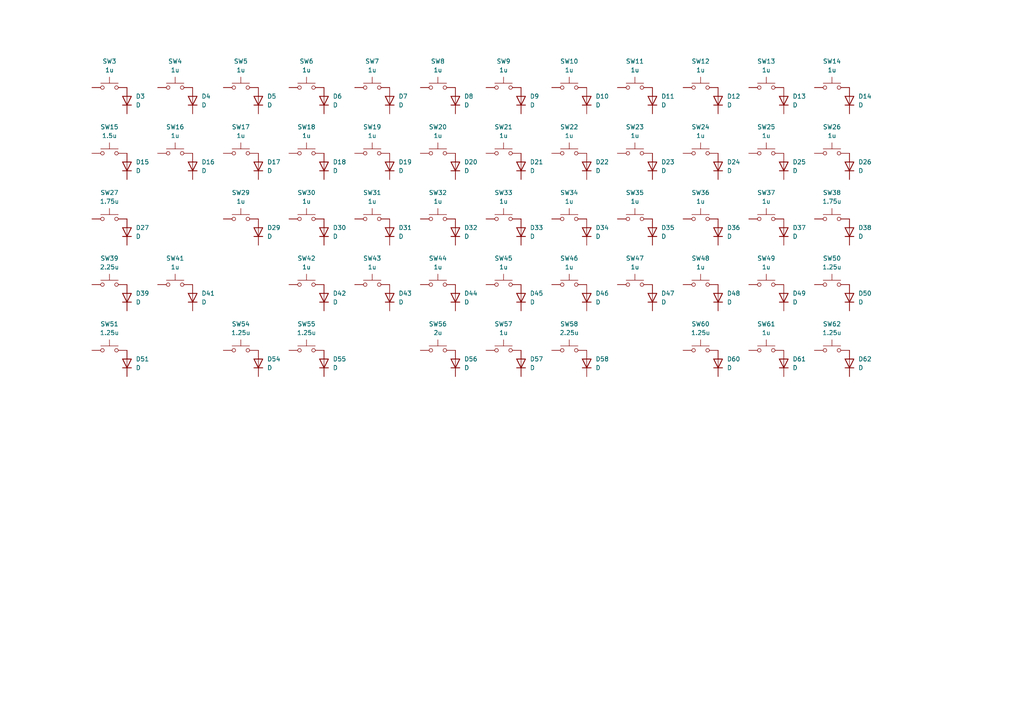
<source format=kicad_sch>
(kicad_sch (version 20211123) (generator eeschema)
  (paper "A4")
  (lib_symbols
    (symbol "Device:D" (pin_numbers hide) (pin_names (offset 1.016) hide)
      (property "Reference" "D" (at 0 2.54 0))
      (property "Value" "D" (at 0 -2.54 0))
      (symbol "D_0_1"
        (polyline (pts (xy -1.27 1.27) (xy -1.27 -1.27)) (stroke (width 0.254)))
        (polyline (pts (xy 1.27 0) (xy -1.27 0)))
        (polyline (pts (xy 1.27 1.27) (xy 1.27 -1.27) (xy -1.27 0) (xy 1.27 1.27)) (stroke (width 0.254)))
      )
      (symbol "D_1_1"
        (pin passive line (at -3.81 0 0) (length 2.54) (name "K") (number "1"))
        (pin passive line (at 3.81 0 180) (length 2.54) (name "A") (number "2"))
      )
    )
    (symbol "Switch:SW_Push" (pin_numbers hide) (pin_names (offset 1.016) hide)
      (property "Reference" "SW" (at 1.27 2.54 0))
      (property "Value" "SW_Push" (at 0 -1.524 0))
      (symbol "SW_Push_0_1"
        (circle (center -2.032 0) (radius 0.508))
        (polyline (pts (xy 0 1.27) (xy 0 3.048)))
        (polyline (pts (xy 2.54 1.27) (xy -2.54 1.27)))
        (circle (center 2.032 0) (radius 0.508))
        (pin passive line (at -5.08 0 0) (length 2.54) (name "1") (number "1"))
        (pin passive line (at 5.08 0 180) (length 2.54) (name "2") (number "2"))
      )
    )
  )
  (symbol (lib_id "Switch:SW_Push") (at 88.9 101.6 0) (unit 1)
    (property "Reference" "SW55" (at 88.9 93.98 0))
    (property "Value" "1.25u" (at 88.9 96.52 0))
    (property "Footprint" "MX-hotswap:SW-HS-1.25u" (effects hide))
  )
  (symbol (lib_id "Device:D") (at 170.18 48.26 90) (unit 1)
    (property "Reference" "D22" (at 172.72 46.9899 90) (effects (justify right)))
    (property "Value" "D" (at 172.72 49.5299 90) (effects (justify right)))
  )
  (symbol (lib_id "Device:D") (at 227.33 86.36 90) (unit 1)
    (property "Reference" "D49" (at 229.87 85.0899 90) (effects (justify right)))
    (property "Value" "D" (at 229.87 87.6299 90) (effects (justify right)))
  )
  (symbol (lib_id "Device:D") (at 227.33 67.31 90) (unit 1)
    (property "Reference" "D37" (at 229.87 66.0399 90) (effects (justify right)))
    (property "Value" "D" (at 229.87 68.5799 90) (effects (justify right)))
  )
  (symbol (lib_id "Device:D") (at 74.93 105.41 90) (unit 1)
    (property "Reference" "D54" (at 77.47 104.1399 90) (effects (justify right)))
    (property "Value" "D" (at 77.47 106.6799 90) (effects (justify right)))
  )
  (symbol (lib_id "Switch:SW_Push") (at 50.8 82.55 0) (unit 1)
    (property "Reference" "SW41" (at 50.8 74.93 0))
    (property "Value" "1u" (at 50.8 77.47 0))
    (property "Footprint" "MX-hotswap:SW-HS-1u" (effects hide))
  )
  (symbol (lib_id "Switch:SW_Push") (at 241.3 101.6 0) (unit 1)
    (property "Reference" "SW62" (at 241.3 93.98 0))
    (property "Value" "1.25u" (at 241.3 96.52 0))
    (property "Footprint" "MX-hotswap:SW-HS-1.25u" (effects hide))
  )
  (symbol (lib_id "Switch:SW_Push") (at 165.1 82.55 0) (unit 1)
    (property "Reference" "SW46" (at 165.1 74.93 0))
    (property "Value" "1u" (at 165.1 77.47 0))
    (property "Footprint" "MX-hotswap:SW-HS-1u" (effects hide))
  )
  (symbol (lib_id "Device:D") (at 36.83 67.31 90) (unit 1)
    (property "Reference" "D27" (at 39.37 66.0399 90) (effects (justify right)))
    (property "Value" "D" (at 39.37 68.5799 90) (effects (justify right)))
  )
  (symbol (lib_id "Device:D") (at 189.23 67.31 90) (unit 1)
    (property "Reference" "D35" (at 191.77 66.0399 90) (effects (justify right)))
    (property "Value" "D" (at 191.77 68.5799 90) (effects (justify right)))
  )
  (symbol (lib_id "Switch:SW_Push") (at 31.75 44.45 0) (unit 1)
    (property "Reference" "SW15" (at 31.75 36.83 0))
    (property "Value" "1.5u" (at 31.75 39.37 0))
    (property "Footprint" "MX-hotswap:SW-HS-1.5u" (effects hide))
  )
  (symbol (lib_id "Switch:SW_Push") (at 241.3 82.55 0) (unit 1)
    (property "Reference" "SW50" (at 241.3 74.93 0))
    (property "Value" "1.25u" (at 241.3 77.47 0))
    (property "Footprint" "MX-hotswap:SW-HS-1.25u" (effects hide))
  )
  (symbol (lib_id "Device:D") (at 36.83 105.41 90) (unit 1)
    (property "Reference" "D51" (at 39.37 104.1399 90) (effects (justify right)))
    (property "Value" "D" (at 39.37 106.6799 90) (effects (justify right)))
  )
  (symbol (lib_id "Switch:SW_Push") (at 184.15 25.4 0) (unit 1)
    (property "Reference" "SW11" (at 184.15 17.78 0))
    (property "Value" "1u" (at 184.15 20.32 0))
    (property "Footprint" "MX-hotswap:SW-HS-1u" (effects hide))
  )
  (symbol (lib_id "Device:D") (at 208.28 48.26 90) (unit 1)
    (property "Reference" "D24" (at 210.82 46.9899 90) (effects (justify right)))
    (property "Value" "D" (at 210.82 49.5299 90) (effects (justify right)))
  )
  (symbol (lib_id "Device:D") (at 151.13 29.21 90) (unit 1)
    (property "Reference" "D9" (at 153.67 27.9399 90) (effects (justify right)))
    (property "Value" "D" (at 153.67 30.4799 90) (effects (justify right)))
  )
  (symbol (lib_id "Device:D") (at 151.13 86.36 90) (unit 1)
    (property "Reference" "D45" (at 153.67 85.0899 90) (effects (justify right)))
    (property "Value" "D" (at 153.67 87.6299 90) (effects (justify right)))
  )
  (symbol (lib_id "Device:D") (at 170.18 105.41 90) (unit 1)
    (property "Reference" "D58" (at 172.72 104.1399 90) (effects (justify right)))
    (property "Value" "D" (at 172.72 106.6799 90) (effects (justify right)))
  )
  (symbol (lib_id "Switch:SW_Push") (at 88.9 82.55 0) (unit 1)
    (property "Reference" "SW42" (at 88.9 74.93 0))
    (property "Value" "1u" (at 88.9 77.47 0))
    (property "Footprint" "MX-hotswap:SW-HS-1u" (effects hide))
  )
  (symbol (lib_id "Switch:SW_Push") (at 146.05 44.45 0) (unit 1)
    (property "Reference" "SW21" (at 146.05 36.83 0))
    (property "Value" "1u" (at 146.05 39.37 0))
    (property "Footprint" "MX-hotswap:SW-HS-1u" (effects hide))
  )
  (symbol (lib_id "Device:D") (at 132.08 105.41 90) (unit 1)
    (property "Reference" "D56" (at 134.62 104.1399 90) (effects (justify right)))
    (property "Value" "D" (at 134.62 106.6799 90) (effects (justify right)))
  )
  (symbol (lib_id "Device:D") (at 246.38 48.26 90) (unit 1)
    (property "Reference" "D26" (at 248.92 46.9899 90) (effects (justify right)))
    (property "Value" "D" (at 248.92 49.5299 90) (effects (justify right)))
  )
  (symbol (lib_id "Switch:SW_Push") (at 88.9 63.5 0) (unit 1)
    (property "Reference" "SW30" (at 88.9 55.88 0))
    (property "Value" "1u" (at 88.9 58.42 0))
    (property "Footprint" "MX-hotswap:SW-HS-1u" (effects hide))
  )
  (symbol (lib_id "Device:D") (at 246.38 86.36 90) (unit 1)
    (property "Reference" "D50" (at 248.92 85.0899 90) (effects (justify right)))
    (property "Value" "D" (at 248.92 87.6299 90) (effects (justify right)))
  )
  (symbol (lib_id "Device:D") (at 227.33 29.21 90) (unit 1)
    (property "Reference" "D13" (at 229.87 27.9399 90) (effects (justify right)))
    (property "Value" "D" (at 229.87 30.4799 90) (effects (justify right)))
  )
  (symbol (lib_id "Device:D") (at 93.98 67.31 90) (unit 1)
    (property "Reference" "D30" (at 96.52 66.0399 90) (effects (justify right)))
    (property "Value" "D" (at 96.52 68.5799 90) (effects (justify right)))
  )
  (symbol (lib_id "Switch:SW_Push") (at 222.25 63.5 0) (unit 1)
    (property "Reference" "SW37" (at 222.25 55.88 0))
    (property "Value" "1u" (at 222.25 58.42 0))
    (property "Footprint" "MX-hotswap:SW-HS-1u" (effects hide))
  )
  (symbol (lib_id "Switch:SW_Push") (at 127 25.4 0) (unit 1)
    (property "Reference" "SW8" (at 127 17.78 0))
    (property "Value" "1u" (at 127 20.32 0))
    (property "Footprint" "MX-hotswap:SW-HS-1u" (effects hide))
  )
  (symbol (lib_id "Switch:SW_Push") (at 50.8 25.4 0) (unit 1)
    (property "Reference" "SW4" (at 50.8 17.78 0))
    (property "Value" "1u" (at 50.8 20.32 0))
    (property "Footprint" "MX-hotswap:SW-HS-1u" (effects hide))
  )
  (symbol (lib_id "Device:D") (at 189.23 29.21 90) (unit 1)
    (property "Reference" "D11" (at 191.77 27.9399 90) (effects (justify right)))
    (property "Value" "D" (at 191.77 30.4799 90) (effects (justify right)))
  )
  (symbol (lib_id "Switch:SW_Push") (at 88.9 25.4 0) (unit 1)
    (property "Reference" "SW6" (at 88.9 17.78 0))
    (property "Value" "1u" (at 88.9 20.32 0))
    (property "Footprint" "MX-hotswap:SW-HS-1u" (effects hide))
  )
  (symbol (lib_id "Device:D") (at 74.93 67.31 90) (unit 1)
    (property "Reference" "D29" (at 77.47 66.0399 90) (effects (justify right)))
    (property "Value" "D" (at 77.47 68.5799 90) (effects (justify right)))
  )
  (symbol (lib_id "Switch:SW_Push") (at 31.75 101.6 0) (unit 1)
    (property "Reference" "SW51" (at 31.75 93.98 0))
    (property "Value" "1.25u" (at 31.75 96.52 0))
    (property "Footprint" "MX-hotswap:SW-HS-1.25u" (effects hide))
  )
  (symbol (lib_id "Device:D") (at 208.28 86.36 90) (unit 1)
    (property "Reference" "D48" (at 210.82 85.0899 90) (effects (justify right)))
    (property "Value" "D" (at 210.82 87.6299 90) (effects (justify right)))
  )
  (symbol (lib_id "Switch:SW_Push") (at 88.9 44.45 0) (unit 1)
    (property "Reference" "SW18" (at 88.9 36.83 0))
    (property "Value" "1u" (at 88.9 39.37 0))
    (property "Footprint" "MX-hotswap:SW-HS-1u" (effects hide))
  )
  (symbol (lib_id "Switch:SW_Push") (at 107.95 44.45 0) (unit 1)
    (property "Reference" "SW19" (at 107.95 36.83 0))
    (property "Value" "1u" (at 107.95 39.37 0))
    (property "Footprint" "MX-hotswap:SW-HS-1u" (effects hide))
  )
  (symbol (lib_id "Device:D") (at 132.08 29.21 90) (unit 1)
    (property "Reference" "D8" (at 134.62 27.9399 90) (effects (justify right)))
    (property "Value" "D" (at 134.62 30.4799 90) (effects (justify right)))
  )
  (symbol (lib_id "Device:D") (at 74.93 29.21 90) (unit 1)
    (property "Reference" "D5" (at 77.47 27.9399 90) (effects (justify right)))
    (property "Value" "D" (at 77.47 30.4799 90) (effects (justify right)))
  )
  (symbol (lib_id "Device:D") (at 55.88 29.21 90) (unit 1)
    (property "Reference" "D4" (at 58.42 27.9399 90) (effects (justify right)))
    (property "Value" "D" (at 58.42 30.4799 90) (effects (justify right)))
  )
  (symbol (lib_id "Switch:SW_Push") (at 203.2 82.55 0) (unit 1)
    (property "Reference" "SW48" (at 203.2 74.93 0))
    (property "Value" "1u" (at 203.2 77.47 0))
    (property "Footprint" "MX-hotswap:SW-HS-1u" (effects hide))
  )
  (symbol (lib_id "Device:D") (at 132.08 48.26 90) (unit 1)
    (property "Reference" "D20" (at 134.62 46.9899 90) (effects (justify right)))
    (property "Value" "D" (at 134.62 49.5299 90) (effects (justify right)))
  )
  (symbol (lib_id "Device:D") (at 151.13 48.26 90) (unit 1)
    (property "Reference" "D21" (at 153.67 46.9899 90) (effects (justify right)))
    (property "Value" "D" (at 153.67 49.5299 90) (effects (justify right)))
  )
  (symbol (lib_id "Switch:SW_Push") (at 146.05 101.6 0) (unit 1)
    (property "Reference" "SW57" (at 146.05 93.98 0))
    (property "Value" "1u" (at 146.05 96.52 0))
    (property "Footprint" "MX-hotswap:SW-HS-1u" (effects hide))
  )
  (symbol (lib_id "Switch:SW_Push") (at 127 101.6 0) (unit 1)
    (property "Reference" "SW56" (at 127 93.98 0))
    (property "Value" "2u" (at 127 96.52 0))
    (property "Footprint" "MX-hotswap:SW-HS-2u" (effects hide))
  )
  (symbol (lib_id "Switch:SW_Push") (at 222.25 82.55 0) (unit 1)
    (property "Reference" "SW49" (at 222.25 74.93 0))
    (property "Value" "1u" (at 222.25 77.47 0))
    (property "Footprint" "MX-hotswap:SW-HS-1u" (effects hide))
  )
  (symbol (lib_id "Switch:SW_Push") (at 69.85 25.4 0) (unit 1)
    (property "Reference" "SW5" (at 69.85 17.78 0))
    (property "Value" "1u" (at 69.85 20.32 0))
    (property "Footprint" "MX-hotswap:SW-HS-1u" (effects hide))
  )
  (symbol (lib_id "Switch:SW_Push") (at 165.1 63.5 0) (unit 1)
    (property "Reference" "SW34" (at 165.1 55.88 0))
    (property "Value" "1u" (at 165.1 58.42 0))
    (property "Footprint" "MX-hotswap:SW-HS-1u" (effects hide))
  )
  (symbol (lib_id "Device:D") (at 208.28 105.41 90) (unit 1)
    (property "Reference" "D60" (at 210.82 104.1399 90) (effects (justify right)))
    (property "Value" "D" (at 210.82 106.6799 90) (effects (justify right)))
  )
  (symbol (lib_id "Switch:SW_Push") (at 241.3 63.5 0) (unit 1)
    (property "Reference" "SW38" (at 241.3 55.88 0))
    (property "Value" "1.75u" (at 241.3 58.42 0))
    (property "Footprint" "MX-hotswap:SW-HS-1.75u" (effects hide))
  )
  (symbol (lib_id "Device:D") (at 55.88 48.26 90) (unit 1)
    (property "Reference" "D16" (at 58.42 46.9899 90) (effects (justify right)))
    (property "Value" "D" (at 58.42 49.5299 90) (effects (justify right)))
  )
  (symbol (lib_id "Device:D") (at 113.03 48.26 90) (unit 1)
    (property "Reference" "D19" (at 115.57 46.9899 90) (effects (justify right)))
    (property "Value" "D" (at 115.57 49.5299 90) (effects (justify right)))
  )
  (symbol (lib_id "Device:D") (at 93.98 86.36 90) (unit 1)
    (property "Reference" "D42" (at 96.52 85.0899 90) (effects (justify right)))
    (property "Value" "D" (at 96.52 87.6299 90) (effects (justify right)))
  )
  (symbol (lib_id "Switch:SW_Push") (at 165.1 101.6 0) (unit 1)
    (property "Reference" "SW58" (at 165.1 93.98 0))
    (property "Value" "2.25u" (at 165.1 96.52 0))
    (property "Footprint" "MX-hotswap:SW-HS-2.25u" (effects hide))
  )
  (symbol (lib_id "Switch:SW_Push") (at 184.15 82.55 0) (unit 1)
    (property "Reference" "SW47" (at 184.15 74.93 0))
    (property "Value" "1u" (at 184.15 77.47 0))
    (property "Footprint" "MX-hotswap:SW-HS-1u" (effects hide))
  )
  (symbol (lib_id "Device:D") (at 132.08 86.36 90) (unit 1)
    (property "Reference" "D44" (at 134.62 85.0899 90) (effects (justify right)))
    (property "Value" "D" (at 134.62 87.6299 90) (effects (justify right)))
  )
  (symbol (lib_id "Device:D") (at 208.28 29.21 90) (unit 1)
    (property "Reference" "D12" (at 210.82 27.9399 90) (effects (justify right)))
    (property "Value" "D" (at 210.82 30.4799 90) (effects (justify right)))
  )
  (symbol (lib_id "Device:D") (at 36.83 86.36 90) (unit 1)
    (property "Reference" "D39" (at 39.37 85.0899 90) (effects (justify right)))
    (property "Value" "D" (at 39.37 87.6299 90) (effects (justify right)))
  )
  (symbol (lib_id "Switch:SW_Push") (at 222.25 25.4 0) (unit 1)
    (property "Reference" "SW13" (at 222.25 17.78 0))
    (property "Value" "1u" (at 222.25 20.32 0))
    (property "Footprint" "MX-hotswap:SW-HS-1u" (effects hide))
  )
  (symbol (lib_id "Device:D") (at 208.28 67.31 90) (unit 1)
    (property "Reference" "D36" (at 210.82 66.0399 90) (effects (justify right)))
    (property "Value" "D" (at 210.82 68.5799 90) (effects (justify right)))
  )
  (symbol (lib_id "Device:D") (at 113.03 86.36 90) (unit 1)
    (property "Reference" "D43" (at 115.57 85.0899 90) (effects (justify right)))
    (property "Value" "D" (at 115.57 87.6299 90) (effects (justify right)))
  )
  (symbol (lib_id "Switch:SW_Push") (at 222.25 44.45 0) (unit 1)
    (property "Reference" "SW25" (at 222.25 36.83 0))
    (property "Value" "1u" (at 222.25 39.37 0))
    (property "Footprint" "MX-hotswap:SW-HS-1u" (effects hide))
  )
  (symbol (lib_id "Switch:SW_Push") (at 165.1 44.45 0) (unit 1)
    (property "Reference" "SW22" (at 165.1 36.83 0))
    (property "Value" "1u" (at 165.1 39.37 0))
    (property "Footprint" "MX-hotswap:SW-HS-1u" (effects hide))
  )
  (symbol (lib_id "Device:D") (at 170.18 86.36 90) (unit 1)
    (property "Reference" "D46" (at 172.72 85.0899 90) (effects (justify right)))
    (property "Value" "D" (at 172.72 87.6299 90) (effects (justify right)))
  )
  (symbol (lib_id "Device:D") (at 227.33 48.26 90) (unit 1)
    (property "Reference" "D25" (at 229.87 46.9899 90) (effects (justify right)))
    (property "Value" "D" (at 229.87 49.5299 90) (effects (justify right)))
  )
  (symbol (lib_id "Switch:SW_Push") (at 69.85 63.5 0) (unit 1)
    (property "Reference" "SW29" (at 69.85 55.88 0))
    (property "Value" "1u" (at 69.85 58.42 0))
    (property "Footprint" "MX-hotswap:SW-HS-1u" (effects hide))
  )
  (symbol (lib_id "Switch:SW_Push") (at 203.2 63.5 0) (unit 1)
    (property "Reference" "SW36" (at 203.2 55.88 0))
    (property "Value" "1u" (at 203.2 58.42 0))
    (property "Footprint" "MX-hotswap:SW-HS-1u" (effects hide))
  )
  (symbol (lib_id "Device:D") (at 113.03 29.21 90) (unit 1)
    (property "Reference" "D7" (at 115.57 27.9399 90) (effects (justify right)))
    (property "Value" "D" (at 115.57 30.4799 90) (effects (justify right)))
  )
  (symbol (lib_id "Switch:SW_Push") (at 203.2 44.45 0) (unit 1)
    (property "Reference" "SW24" (at 203.2 36.83 0))
    (property "Value" "1u" (at 203.2 39.37 0))
    (property "Footprint" "MX-hotswap:SW-HS-1u" (effects hide))
  )
  (symbol (lib_id "Device:D") (at 74.93 48.26 90) (unit 1)
    (property "Reference" "D17" (at 77.47 46.9899 90) (effects (justify right)))
    (property "Value" "D" (at 77.47 49.5299 90) (effects (justify right)))
  )
  (symbol (lib_id "Device:D") (at 227.33 105.41 90) (unit 1)
    (property "Reference" "D61" (at 229.87 104.1399 90) (effects (justify right)))
    (property "Value" "D" (at 229.87 106.6799 90) (effects (justify right)))
  )
  (symbol (lib_id "Switch:SW_Push") (at 203.2 25.4 0) (unit 1)
    (property "Reference" "SW12" (at 203.2 17.78 0))
    (property "Value" "1u" (at 203.2 20.32 0))
    (property "Footprint" "MX-hotswap:SW-HS-1u" (effects hide))
  )
  (symbol (lib_id "Switch:SW_Push") (at 31.75 63.5 0) (unit 1)
    (property "Reference" "SW27" (at 31.75 55.88 0))
    (property "Value" "1.75u" (at 31.75 58.42 0))
    (property "Footprint" "MX-hotswap:SW-HS-1.75u" (effects hide))
  )
  (symbol (lib_id "Switch:SW_Push") (at 31.75 25.4 0) (unit 1)
    (property "Reference" "SW3" (at 31.75 17.78 0))
    (property "Value" "1u" (at 31.75 20.32 0))
    (property "Footprint" "MX-hotswap:SW-HS-1u" (effects hide))
  )
  (symbol (lib_id "Switch:SW_Push") (at 50.8 44.45 0) (unit 1)
    (property "Reference" "SW16" (at 50.8 36.83 0))
    (property "Value" "1u" (at 50.8 39.37 0))
    (property "Footprint" "MX-hotswap:SW-HS-1u" (effects hide))
  )
  (symbol (lib_id "Switch:SW_Push") (at 127 63.5 0) (unit 1)
    (property "Reference" "SW32" (at 127 55.88 0))
    (property "Value" "1u" (at 127 58.42 0))
    (property "Footprint" "MX-hotswap:SW-HS-1u" (effects hide))
  )
  (symbol (lib_id "Switch:SW_Push") (at 241.3 25.4 0) (unit 1)
    (property "Reference" "SW14" (at 241.3 17.78 0))
    (property "Value" "1u" (at 241.3 20.32 0))
    (property "Footprint" "MX-hotswap:SW-HS-1u" (effects hide))
  )
  (symbol (lib_id "Device:D") (at 93.98 105.41 90) (unit 1)
    (property "Reference" "D55" (at 96.52 104.1399 90) (effects (justify right)))
    (property "Value" "D" (at 96.52 106.6799 90) (effects (justify right)))
  )
  (symbol (lib_id "Switch:SW_Push") (at 203.2 101.6 0) (unit 1)
    (property "Reference" "SW60" (at 203.2 93.98 0))
    (property "Value" "1.25u" (at 203.2 96.52 0))
    (property "Footprint" "MX-hotswap:SW-HS-1.25u" (effects hide))
  )
  (symbol (lib_id "Device:D") (at 170.18 29.21 90) (unit 1)
    (property "Reference" "D10" (at 172.72 27.9399 90) (effects (justify right)))
    (property "Value" "D" (at 172.72 30.4799 90) (effects (justify right)))
  )
  (symbol (lib_id "Device:D") (at 246.38 29.21 90) (unit 1)
    (property "Reference" "D14" (at 248.92 27.9399 90) (effects (justify right)))
    (property "Value" "D" (at 248.92 30.4799 90) (effects (justify right)))
  )
  (symbol (lib_id "Switch:SW_Push") (at 184.15 44.45 0) (unit 1)
    (property "Reference" "SW23" (at 184.15 36.83 0))
    (property "Value" "1u" (at 184.15 39.37 0))
    (property "Footprint" "MX-hotswap:SW-HS-1u" (effects hide))
  )
  (symbol (lib_id "Switch:SW_Push") (at 127 82.55 0) (unit 1)
    (property "Reference" "SW44" (at 127 74.93 0))
    (property "Value" "1u" (at 127 77.47 0))
    (property "Footprint" "MX-hotswap:SW-HS-1u" (effects hide))
  )
  (symbol (lib_id "Device:D") (at 113.03 67.31 90) (unit 1)
    (property "Reference" "D31" (at 115.57 66.0399 90) (effects (justify right)))
    (property "Value" "D" (at 115.57 68.5799 90) (effects (justify right)))
  )
  (symbol (lib_id "Device:D") (at 151.13 67.31 90) (unit 1)
    (property "Reference" "D33" (at 153.67 66.0399 90) (effects (justify right)))
    (property "Value" "D" (at 153.67 68.5799 90) (effects (justify right)))
  )
  (symbol (lib_id "Device:D") (at 132.08 67.31 90) (unit 1)
    (property "Reference" "D32" (at 134.62 66.0399 90) (effects (justify right)))
    (property "Value" "D" (at 134.62 68.5799 90) (effects (justify right)))
  )
  (symbol (lib_id "Device:D") (at 36.83 29.21 90) (unit 1)
    (property "Reference" "D3" (at 39.37 27.9399 90) (effects (justify right)))
    (property "Value" "D" (at 39.37 30.4799 90) (effects (justify right)))
  )
  (symbol (lib_id "Switch:SW_Push") (at 127 44.45 0) (unit 1)
    (property "Reference" "SW20" (at 127 36.83 0))
    (property "Value" "1u" (at 127 39.37 0))
    (property "Footprint" "MX-hotswap:SW-HS-1u" (effects hide))
  )
  (symbol (lib_id "Device:D") (at 189.23 48.26 90) (unit 1)
    (property "Reference" "D23" (at 191.77 46.9899 90) (effects (justify right)))
    (property "Value" "D" (at 191.77 49.5299 90) (effects (justify right)))
  )
  (symbol (lib_id "Switch:SW_Push") (at 146.05 25.4 0) (unit 1)
    (property "Reference" "SW9" (at 146.05 17.78 0))
    (property "Value" "1u" (at 146.05 20.32 0))
    (property "Footprint" "MX-hotswap:SW-HS-1u" (effects hide))
  )
  (symbol (lib_id "Device:D") (at 93.98 29.21 90) (unit 1)
    (property "Reference" "D6" (at 96.52 27.9399 90) (effects (justify right)))
    (property "Value" "D" (at 96.52 30.4799 90) (effects (justify right)))
  )
  (symbol (lib_id "Device:D") (at 55.88 86.36 90) (unit 1)
    (property "Reference" "D41" (at 58.42 85.0899 90) (effects (justify right)))
    (property "Value" "D" (at 58.42 87.6299 90) (effects (justify right)))
  )
  (symbol (lib_id "Switch:SW_Push") (at 31.75 82.55 0) (unit 1)
    (property "Reference" "SW39" (at 31.75 74.93 0))
    (property "Value" "2.25u" (at 31.75 77.47 0))
    (property "Footprint" "MX-hotswap:SW-HS-2.25u" (effects hide))
  )
  (symbol (lib_id "Switch:SW_Push") (at 146.05 82.55 0) (unit 1)
    (property "Reference" "SW45" (at 146.05 74.93 0))
    (property "Value" "1u" (at 146.05 77.47 0))
    (property "Footprint" "MX-hotswap:SW-HS-1u" (effects hide))
  )
  (symbol (lib_id "Switch:SW_Push") (at 222.25 101.6 0) (unit 1)
    (property "Reference" "SW61" (at 222.25 93.98 0))
    (property "Value" "1u" (at 222.25 96.52 0))
    (property "Footprint" "MX-hotswap:SW-HS-1u" (effects hide))
  )
  (symbol (lib_id "Device:D") (at 151.13 105.41 90) (unit 1)
    (property "Reference" "D57" (at 153.67 104.1399 90) (effects (justify right)))
    (property "Value" "D" (at 153.67 106.6799 90) (effects (justify right)))
  )
  (symbol (lib_id "Device:D") (at 246.38 105.41 90) (unit 1)
    (property "Reference" "D62" (at 248.92 104.1399 90) (effects (justify right)))
    (property "Value" "D" (at 248.92 106.6799 90) (effects (justify right)))
  )
  (symbol (lib_id "Switch:SW_Push") (at 107.95 82.55 0) (unit 1)
    (property "Reference" "SW43" (at 107.95 74.93 0))
    (property "Value" "1u" (at 107.95 77.47 0))
    (property "Footprint" "MX-hotswap:SW-HS-1u" (effects hide))
  )
  (symbol (lib_id "Device:D") (at 36.83 48.26 90) (unit 1)
    (property "Reference" "D15" (at 39.37 46.9899 90) (effects (justify right)))
    (property "Value" "D" (at 39.37 49.5299 90) (effects (justify right)))
  )
  (symbol (lib_id "Switch:SW_Push") (at 241.3 44.45 0) (unit 1)
    (property "Reference" "SW26" (at 241.3 36.83 0))
    (property "Value" "1u" (at 241.3 39.37 0))
    (property "Footprint" "MX-hotswap:SW-HS-1u" (effects hide))
  )
  (symbol (lib_id "Device:D") (at 170.18 67.31 90) (unit 1)
    (property "Reference" "D34" (at 172.72 66.0399 90) (effects (justify right)))
    (property "Value" "D" (at 172.72 68.5799 90) (effects (justify right)))
  )
  (symbol (lib_id "Switch:SW_Push") (at 107.95 63.5 0) (unit 1)
    (property "Reference" "SW31" (at 107.95 55.88 0))
    (property "Value" "1u" (at 107.95 58.42 0))
    (property "Footprint" "MX-hotswap:SW-HS-1u" (effects hide))
  )
  (symbol (lib_id "Switch:SW_Push") (at 107.95 25.4 0) (unit 1)
    (property "Reference" "SW7" (at 107.95 17.78 0))
    (property "Value" "1u" (at 107.95 20.32 0))
    (property "Footprint" "MX-hotswap:SW-HS-1u" (effects hide))
  )
  (symbol (lib_id "Switch:SW_Push") (at 184.15 63.5 0) (unit 1)
    (property "Reference" "SW35" (at 184.15 55.88 0))
    (property "Value" "1u" (at 184.15 58.42 0))
    (property "Footprint" "MX-hotswap:SW-HS-1u" (effects hide))
  )
  (symbol (lib_id "Switch:SW_Push") (at 146.05 63.5 0) (unit 1)
    (property "Reference" "SW33" (at 146.05 55.88 0))
    (property "Value" "1u" (at 146.05 58.42 0))
    (property "Footprint" "MX-hotswap:SW-HS-1u" (effects hide))
  )
  (symbol (lib_id "Device:D") (at 246.38 67.31 90) (unit 1)
    (property "Reference" "D38" (at 248.92 66.0399 90) (effects (justify right)))
    (property "Value" "D" (at 248.92 68.5799 90) (effects (justify right)))
  )
  (symbol (lib_id "Switch:SW_Push") (at 69.85 101.6 0) (unit 1)
    (property "Reference" "SW54" (at 69.85 93.98 0))
    (property "Value" "1.25u" (at 69.85 96.52 0))
    (property "Footprint" "MX-hotswap:SW-HS-1.25u" (effects hide))
  )
  (symbol (lib_id "Device:D") (at 189.23 86.36 90) (unit 1)
    (property "Reference" "D47" (at 191.77 85.0899 90) (effects (justify right)))
    (property "Value" "D" (at 191.77 87.6299 90) (effects (justify right)))
  )
  (symbol (lib_id "Switch:SW_Push") (at 165.1 25.4 0) (unit 1)
    (property "Reference" "SW10" (at 165.1 17.78 0))
    (property "Value" "1u" (at 165.1 20.32 0))
    (property "Footprint" "MX-hotswap:SW-HS-1u" (effects hide))
  )
  (symbol (lib_id "Device:D") (at 93.98 48.26 90) (unit 1)
    (property "Reference" "D18" (at 96.52 46.9899 90) (effects (justify right)))
    (property "Value" "D" (at 96.52 49.5299 90) (effects (justify right)))
  )
  (symbol (lib_id "Switch:SW_Push") (at 69.85 44.45 0) (unit 1)
    (property "Reference" "SW17" (at 69.85 36.83 0))
    (property "Value" "1u" (at 69.85 39.37 0))
    (property "Footprint" "MX-hotswap:SW-HS-1u" (effects hide))
  )
)
</source>
